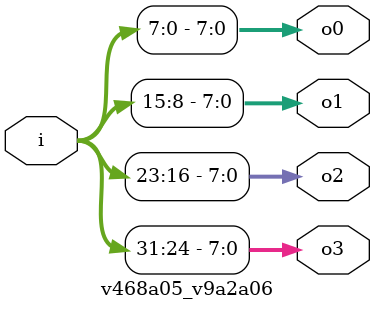
<source format=v>
module v468a05_v9a2a06 (
 input [31:0] i,
 output [7:0] o3,
 output [7:0] o2,
 output [7:0] o1,
 output [7:0] o0
);
 assign o3 = i[32:24];
 assign o2 = i[23:16];
 assign o1 = i[15:8];
 assign o0 = i[7:0];
endmodule
</source>
